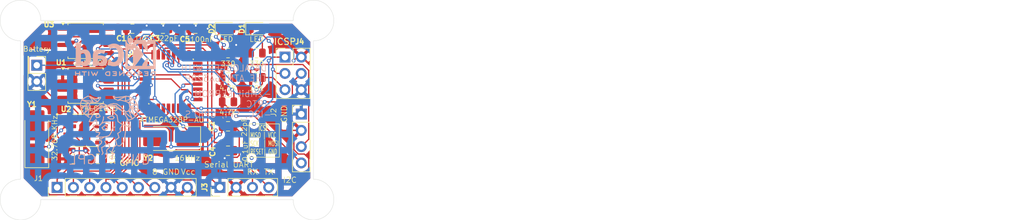
<source format=kicad_pcb>
(kicad_pcb (version 20241229) (generator "pcbnew") (generator_version "9.0")
  (title_block (title "MCU DATALOGGER WITH CLOCK & MEMORY") (date "2025-09-28") (rev "1") (company "CRESENCIO, JESIER S.") (comment 1 "ELECTRONICS ENGINEERING DEPARTMENT ") (comment 2 "COLLEGE OF ENGINEERING") (comment 3 "BSECE 1C") (comment 4 "TECHNOLOGICAL UNIVERSITY OF THE PHILIPPINES"))
  (layers (0 "F.Cu" signal) (2 "B.Cu" signal) (13 "F.Paste" user) (15 "B.Paste" user) (5 "F.SilkS" user "F.Silkscreen") (7 "B.SilkS" user "B.Silkscreen") (1 "F.Mask" user) (3 "B.Mask" user) (25 "Edge.Cuts" user))
  (property "MCU Datalogger" "MCU Datalogger with memory and clock")
  (net 0 "")
  (net 1 "GND")
  (net 2 "Net-(BT1-+)")
  (net 3 "/Vcc")
  (net 4 "Net-(U4-PB6)")
  (net 5 "Net-(U4-PB7)")
  (net 6 "Net-(U4-AREF)")
  (net 7 "Net-(D1-K)")
  (net 8 "/SCK")
  (net 9 "Net-(D2-K)")
  (net 10 "/D3")
  (net 11 "/D5")
  (net 12 "/D2")
  (net 13 "/D6")
  (net 14 "/D8")
  (net 15 "/D4")
  (net 16 "/D7")
  (net 17 "/SDA")
  (net 18 "/RX")
  (net 19 "/TX")
  (net 20 "/RESET")
  (net 21 "/MOSI")
  (net 22 "/MISO")
  (net 23 "Net-(U2-~{INTA})")
  (net 24 "Net-(U2-SQW{slash}~INT)")
  (net 25 "Net-(U2-X1)")
  (net 26 "Net-(U2-X2)")
  (footprint "LED_SMD:LED_0805_2012Metric" (layer "F.Cu") (at 125.73 59.69)
    (property "Reference" "D1")
    (property "Value" "LED")
  )
  (footprint "Crystal:Crystal_SMD_5032-2Pin_5.0x3.2mm_HandSoldering" (layer "F.Cu") (at 112.395 76.835 180)
    (property "Reference" "Y2")
    (property "Value" "16MHz")
  )
  (footprint "Capacitor_SMD:C_0805_2012Metric" (layer "F.Cu") (at 111.125 59.69)
    (property "Reference" "C3")
    (property "Value" "22pF")
  )
  (footprint "Capacitor_SMD:C_0805_2012Metric" (layer "F.Cu") (at 106.36 59.69)
    (property "Reference" "C1")
    (property "Value" "0.1uF")
  )
  (footprint "Resistor_SMD:R_0805_2012Metric" (layer "F.Cu") (at 125.73 67.31)
    (property "Reference" "R6" (hide yes))
    (property "Value" "10K")
  )
  (footprint "FOOTPRINTS:DS13375+" (layer "F.Cu") (at 99.06 75.565)
    (property "Reference" "U2")
    (property "Value" "DS1337S_" (hide yes))
  )
  (footprint "Connector_PinHeader_2.54mm:PinHeader_2x01_P2.54mm_Vertical" (layer "F.Cu") (at 91.44 65.4 -90)
    (property "Reference" "BT1" (hide yes))
    (property "Value" "Battery")
  )
  (footprint "Resistor_SMD:R_0805_2012Metric" (layer "F.Cu") (at 125.73 63.5 180)
    (property "Reference" "R5" (hide yes))
    (property "Value" "330")
  )
  (footprint "Package_SO:SOIC-8_5.3x5.3mm_P1.27mm" (layer "F.Cu") (at 99.06 61.595)
    (property "Reference" "U3")
    (property "Value" "24LC1025")
  )
  (footprint "Resistor_SMD:R_0805_2012Metric" (layer "F.Cu") (at 121.285 67.31)
    (property "Reference" "R4" (hide yes))
    (property "Value" "4.7K")
  )
  (footprint "MountingHole:MountingHole_2.1mm" (layer "F.Cu") (at 134.62 58.42)
    (property "Reference" "H3" (hide yes))
    (property "Value" "MountingHole" (hide yes))
  )
  (footprint "LED_SMD:LED_0805_2012Metric" (layer "F.Cu") (at 120.9825 59.69)
    (property "Reference" "D2")
    (property "Value" "LED")
  )
  (footprint "Package_SO:SOIC-8_5.3x5.3mm_P1.27mm" (layer "F.Cu") (at 99.06 68.58)
    (property "Reference" "U1")
    (property "Value" "24LC1025")
  )
  (footprint "Resistor_SMD:R_0805_2012Metric" (layer "F.Cu") (at 121.285 71.12)
    (property "Reference" "R3" (hide yes))
    (property "Value" "4.7K")
  )
  (footprint "Connector_PinHeader_2.54mm:PinHeader_2x03_P2.54mm_Vertical" (layer "F.Cu") (at 130.17 64.135)
    (property "Reference" "J4")
    (property "Value" "Conn_02x03_Odd_Even" (hide yes))
  )
  (footprint "Capacitor_SMD:C_0805_2012Metric" (layer "F.Cu") (at 121.285 74.93)
    (property "Reference" "C2")
    (property "Value" "22pF")
  )
  (footprint "Capacitor_SMD:C_0805_2012Metric" (layer "F.Cu") (at 121.285 78.74)
    (property "Reference" "C4")
    (property "Value" "0.1uF")
  )
  (footprint "Connector_PinHeader_2.54mm:PinHeader_1x09_P2.54mm_Vertical" (layer "F.Cu") (at 94.615 84.455 90)
    (property "Reference" "J1")
    (property "Value" "Conn_01x09_Pin" (hide yes))
  )
  (footprint "Resistor_SMD:R_0805_2012Metric" (layer "F.Cu") (at 121.285 63.5)
    (property "Reference" "R7" (hide yes))
    (property "Value" "330")
  )
  (footprint "Capacitor_SMD:C_0805_2012Metric" (layer "F.Cu") (at 116.205 59.69)
    (property "Reference" "C5")
    (property "Value" "100nF")
  )
  (footprint "Crystal:Crystal_SMD_5032-2Pin_5.0x3.2mm_HandSoldering" (layer "F.Cu") (at 91.44 76.775 90)
    (property "Reference" "Y1")
    (property "Value" "32.768 KHz")
  )
  (footprint "MountingHole:MountingHole_2.1mm" (layer "F.Cu") (at 88.9 86.36)
    (property "Reference" "H2" (hide yes))
    (property "Value" "MountingHole" (hide yes))
  )
  (footprint "Resistor_SMD:R_0805_2012Metric" (layer "F.Cu") (at 97.155 80.01)
    (property "Reference" "R1" (hide yes))
    (property "Value" "10K")
  )
  (footprint "MountingHole:MountingHole_2.1mm" (layer "F.Cu") (at 134.62 86.36)
    (property "Reference" "H4" (hide yes))
    (property "Value" "MountingHole" (hide yes))
  )
  (footprint "Connector_PinHeader_2.54mm:PinHeader_1x04_P2.54mm_Vertical" (layer "F.Cu") (at 132.715 73.025)
    (property "Reference" "J2")
    (property "Value" "Conn_01x04_Pin" (hide yes))
  )
  (footprint "MountingHole:MountingHole_2.1mm" (layer "F.Cu") (at 88.9 58.42)
    (property "Reference" "H1" (hide yes))
    (property "Value" "MountingHole" (hide yes))
  )
  (footprint "Connector_PinHeader_2.54mm:PinHeader_1x04_P2.54mm_Vertical" (layer "F.Cu") (at 120.015 84.455 90)
    (property "Reference" "J3")
    (property "Value" "Conn_01x04_Pin" (hide yes))
  )
  (footprint "Resistor_SMD:R_0805_2012Metric" (layer "F.Cu") (at 100.965 80.01)
    (property "Reference" "R2" (hide yes))
    (property "Value" "10K" (hide yes))
  )
  (footprint "FOOTPRINTS:ATMEGA" (layer "F.Cu") (at 112.395 67.945)
    (property "Reference" "U4")
    (property "Value" "ATMEGA328P-AU")
  )
  (footprint "Symbol:Symbol_GNU-Logo_SilkscreenTop" (layer "B.Cu") (at 102.51981 73.98893 180)
    (property "Reference" "REF**" (hide yes))
    (property "Value" "Symbol_GNU-Logo_SilkscreenTop" (hide yes))
  )
  (footprint "Symbol:KiCad-Logo2_5mm_SilkScreen" (layer "B.Cu") (at 103.71 64.075 180)
    (property "Reference" "REF**" (hide yes))
    (property "Value" "KiCad-Logo2_5mm_SilkScreen" (hide yes))
  )
  (gr_rect (start 124.587 74.549) (end 129.286 79.756) (stroke (width 0.1)) (fill no) (layer "F.SilkS"))
  (gr_line (start 131.445 86.36) (end 92.075 86.36) (stroke (width 0.05)) (layer "Edge.Cuts"))
  (gr_arc (start 92.075 86.36) (mid 86.654936 88.605064) (end 88.9 83.185) (stroke (width 0.05)) (layer "Edge.Cuts"))
  (gr_line (start 134.62 83.185) (end 134.62 61.595) (stroke (width 0.05)) (layer "Edge.Cuts"))
  (gr_line (start 92.075 58.42) (end 131.445 58.42) (stroke (width 0.05)) (layer "Edge.Cuts"))
  (gr_arc (start 131.445 58.42) (mid 136.865064 56.174936) (end 134.62 61.595) (stroke (width 0.05)) (layer "Edge.Cuts"))
  (gr_arc (start 134.62 83.185) (mid 136.865064 88.605064) (end 131.445 86.36) (stroke (width 0.05)) (layer "Edge.Cuts"))
  (gr_arc (start 88.9 61.595) (mid 86.654936 56.174936) (end 92.075 58.42) (stroke (width 0.05)) (layer "Edge.Cuts"))
  (gr_line (start 88.9 83.185) (end 88.9 61.595) (stroke (width 0.05)) (layer "Edge.Cuts"))
  (gr_text "MISO | VCC	\nSCK  | MOSI\nRESET| GND" (at 124.714 79.375 0) (layer "F.SilkS") (effects (font (size 0.8 0.45) (thickness 0.0875)) (justify left bottom)))
  (gr_text "ICSP\n" (at 125.984 75.692 0) (layer "F.SilkS") (effects (font (size 0.8 0.45) (thickness 0.1)) (justify left bottom)))
  (gr_text "-2Mbit EEPROM	\n-RTC\n-I2C, SPI, GPIO'S" (at 128.143 73.66 -0) (layer "B.SilkS") (effects (font (size 1 1) (thickness 0.1)) (justify left bottom mirror)))
  (gr_text "DATALOGGER WITH \nTHE ATMEGA328P\n" (at 127.41 68.045 -0) (layer "B.SilkS") (effects (font (size 1 1) (thickness 0.1)) (justify left bottom mirror)))
  (via (at 124.968 79.883) (size 0.6) (drill 0.3) (layers "F.Cu" "B.Cu") (net 0))
  (via (at 125.349 74.549) (size 0.6) (drill 0.3) (layers "F.Cu" "B.Cu") (net 0))
  (segment (start 109.099773 66.745) (end 109.255 66.900227) (width 0.2) (layer "F.Cu") (net 1))
  (segment (start 115.185227 66.900227) (end 109.255 66.900227) (width 0.2) (layer "F.Cu") (net 1))
  (segment (start 101.130003 67.945) (end 100.965 67.779997) (width 0.2) (layer "F.Cu") (net 1))
  (segment (start 99.06 60.96) (end 102.6475 60.96) (width 0.2) (layer "F.Cu") (net 1))
  (segment (start 97.871 74.03852) (end 97.871 72.8835) (width 0.2) (layer "F.Cu") (net 1))
  (segment (start 97.871 72.8835) (end 95.4725 70.485) (width 0.2) (layer "F.Cu") (net 1))
  (segment (start 94.649 76.519) (end 94.649 74.896) (width 0.2) (layer "F.Cu") (net 1))
  (segment (start 120.335 78.74) (end 120.335 79.48147) (width 0.2) (layer "F.Cu") (net 1))
  (segment (start 126.6425 63.5) (end 126.6425 61.8725) (width 0.2) (layer "F.Cu") (net 1))
  (segment (start 122.235 74.93) (end 123.036 75.731) (width 0.2) (layer "F.Cu") (net 1))
  (segment (start 123.036 75.731) (end 123.036 79.45016) (width 0.2) (layer "F.Cu") (net 1))
  (segment (start 122.1975 62.5875) (end 122.555 62.23) (width 0.2) (layer "F.Cu") (net 1))
  (segment (start 95.6 77.47) (end 94.649 76.519) (width 0.2) (layer "F.Cu") (net 1))
  (segment (start 95.67499 70.485) (end 95.4725 70.485) (width 0.2) (layer "F.Cu") (net 1))
  (segment (start 112.395 84.455) (end 113.546 83.304) (width 0.2) (layer "F.Cu") (net 1))
  (segment (start 95.289 74.256) (end 97.65352 74.256) (width 0.2) (layer "F.Cu") (net 1))
  (segment (start 121.361 79.766) (end 120.335 78.74) (width 0.2) (layer "F.Cu") (net 1))
  (segment (start 91.44 67.94) (end 93.985 70.485) (width 0.2) (layer "F.Cu") (net 1))
  (segment (start 111.175 59.227074) (end 111.612074 59.227074) (width 0.2) (layer "F.Cu") (net 1))
  (segment (start 91.44 67.94) (end 90.17 66.67) (width 0.2) (layer "F.Cu") (net 1))
  (segment (start 90.17 66.67) (end 90.17 64.135) (width 0.2) (layer "F.Cu") (net 1))
  (segment (start 95.4725 60.96) (end 99.06 60.96) (width 0.2) (layer "F.Cu") (net 1))
  (segment (start 108.225 66.745) (end 109.099773 66.745) (width 0.2) (layer "F.Cu") (net 1))
  (segment (start 122.72016 79.766) (end 121.361 79.766) (width 0.2) (layer "F.Cu") (net 1))
  (segment (start 120.335 79.48147) (end 120.756765 79.903235) (width 0.2) (layer "F.Cu") (net 1))
  (segment (start 94.649 74.896) (end 95.289 74.256) (width 0.2) (layer "F.Cu") (net 1))
  (segment (start 90.17 64.135) (end 90.805 63.5) (width 0.2) (layer "F.Cu") (net 1))
  (segment (start 123.036 79.45016) (end 122.72016 79.766) (width 0.2) (layer "F.Cu") (net 1))
  (segment (start 102.6475 67.945) (end 101.130003 67.945) (width 0.2) (layer "F.Cu") (net 1))
  (segment (start 108.115 59.69) (end 108.585 59.22) (width 0.2) (layer "F.Cu") (net 1))
  (segment (start 112.075 59.69) (end 111.637926 59.69) (width 0.2) (layer "F.Cu") (net 1))
  (segment (start 111.612074 59.227074) (end 112.075 59.69) (width 0.2) (layer "F.Cu") (net 1))
  (segment (start 117.155 59.69) (end 118.11 59.69) (width 0.2) (layer "F.Cu") (net 1))
  (segment (start 107.31 59.69) (end 108.115 59.69) (width 0.2) (layer "F.Cu") (net 1))
  (segment (start 113.546 83.304) (end 118.864 83.304) (width 0.2) (layer "F.Cu") (net 1))
  (segment (start 112.075 59.69) (end 113.195 59.69) (width 0.2) (layer "F.Cu") (net 1))
  (segment (start 116.717926 59.69) (end 116.255 59.227074) (width 0.2) (layer "F.Cu") (net 1))
  (segment (start 116.565 67.545) (end 115.83 67.545) (width 0.2) (layer "F.Cu") (net 1))
  (segment (start 95.4725 63.5) (end 96.52 63.5) (width 0.2) (layer "F.Cu") (net 1))
  (segment (start 117.155 59.69) (end 116.717926 59.69) (width 0.2) (layer "F.Cu") (net 1))
  (segment (start 117.155 59.69) (end 117.155 59.8475) (width 0.2) (layer "F.Cu") (net 1))
  (segment (start 90.805 63.5) (end 95.4725 63.5) (width 0.2) (layer "F.Cu") (net 1))
  (segment (start 109.099774 68.345) (end 109.255 68.500226) (width 0.2) (layer "F.Cu") (net 1))
  (segment (start 108.225 68.345) (end 109.099774 68.345) (width 0.2) (layer "F.Cu") (net 1))
  (segment (start 118.864 83.304) (end 120.015 84.455) (width 0.2) (layer "F.Cu") (net 1))
  (segment (start 113.195 59.69) (end 113.665 59.22) (width 0.2) (layer "F.Cu") (net 1))
  (segment (start 96.52 63.5) (end 99.06 60.96) (width 0.2) (layer "F.Cu") (net 1))
  (segment (start 96.585 77.47) (end 95.6 77.47) (width 0.2) (layer "F.Cu") (net 1))
  (segment (start 93.985 70.485) (end 95.4725 70.485) (width 0.2) (layer "F.Cu") (net 1))
  (segment (start 97.65352 74.256) (end 97.871 74.03852) (width 0.2) (layer "F.Cu") (net 1))
  (segment (start 115.83 67.545) (end 115.185227 66.900227) (width 0.2) (layer "F.Cu") (net 1))
  (segment (start 122.1975 63.5) (end 122.1975 62.5875) (width 0.2) (layer "F.Cu") (net 1))
  (segment (start 126.6425 61.8725) (end 126.150764 61.380764) (width 0.2) (layer "F.Cu") (net 1))
  (via (at 122.555 62.23) (size 0.6) (drill 0.3) (layers "F.Cu" "B.Cu") (net 1))
  (via (at 113.665 59.22) (size 0.6) (drill 0.3) (layers "F.Cu" "B.Cu") (net 1))
  (via (at 109.255 66.900227) (size 0.6) (drill 0.3) (layers "F.Cu" "B.Cu") (net 1))
  (via (at 108.585 59.22) (size 0.6) (drill 0.3) (layers "F.Cu" "B.Cu") (net 1))
  (via (at 111.175 59.227074) (size 0.6) (drill 0.3) (layers "F.Cu" "B.Cu") (net 1))
  (via (at 118.11 59.69) (size 0.6) (drill 0.3) (layers "F.Cu" "B.Cu") (net 1))
  (via (at 126.150764 61.380764) (size 0.6) (drill 0.3) (layers "F.Cu" "B.Cu") (net 1))
  (via (at 109.255 68.500226) (size 0.6) (drill 0.3) (layers "F.Cu" "B.Cu") (net 1))
  (via (at 116.255 59.227074) (size 0.6) (drill 0.3) (layers "F.Cu" "B.Cu") (net 1))
  (via (at 120.756765 79.903235) (size 0.6) (drill 0.3) (layers "F.Cu" "B.Cu") (net 1))
  (via (at 100.965 67.779997) (size 0.6) (drill 0.3) (layers "F.Cu" "B.Cu") (net 1))
  (segment (start 111.167926 59.22) (end 108.585 59.22) (width 0.2) (layer "B.Cu") (net 1))
  (segment (start 120.756765 79.903235) (end 120.015 80.645) (width 0.2) (layer "B.Cu") (net 1))
  (segment (start 120.015 80.645) (end 120.015 84.455) (width 0.2) (layer "B.Cu") (net 1))
  (segment (start 113.672074 59.227074) (end 113.665 59.22) (width 0.2) (layer "B.Cu") (net 1))
  (segment (start 116.255 59.227074) (end 113.672074 59.227074) (width 0.2) (layer "B.Cu") (net 1))
  (segment (start 111.175 59.227074) (end 111.167926 59.22) (width 0.2) (layer "B.Cu") (net 1))
  (segment (start 109.255 66.900227) (end 109.255 68.500226) (width 0.2) (layer "B.Cu") (net 1))
  (segment (start 114.935 69.215) (end 115.665 69.945) (width 0.2) (layer "F.Cu") (net 2))
  (segment (start 108.225 67.545) (end 106.915 67.545) (width 0.2) (layer "F.Cu") (net 2))
  (segment (start 108.225 67.545) (end 112.415057 67.545) (width 0.2) (layer "F.Cu") (net 2))
  (segment (start 112.415057 67.545) (end 114.085057 69.215) (width 0.2) (layer "F.Cu") (net 2))
  (segment (start 115.665 69.945) (end 116.565 69.945) (width 0.2) (layer "F.Cu") (net 2))
  (segment (start 106.915 67.545) (end 106.786765 67.416765) (width 0.2) (layer "F.Cu") (net 2))
  (segment (start 114.085057 69.215) (end 114.935 69.215) (width 0.2) (layer "F.Cu") (net 2))
  (via (at 106.786765 67.416765) (size 0.6) (drill 0.3) (layers "F.Cu" "B.Cu") (net 2))
  (segment (start 104.775 63.5) (end 103.505 63.5) (width 0.2) (layer "B.Cu") (net 2))
  (segment (start 106.786765 67.416765) (end 104.775 65.405) (width 0.2) (layer "B.Cu") (net 2))
  (segment (start 101.605 65.4) (end 91.44 65.4) (width 0.2) (layer "B.Cu") (net 2))
  (segment (start 103.505 63.5) (end 101.605 65.4) (width 0.2) (layer "B.Cu") (net 2))
  (segment (start 104.775 65.405) (end 104.775 63.5) (width 0.2) (layer "B.Cu") (net 2))
  (segment (start 102.6475 59.69) (end 105.41 59.69) (width 0.2) (layer "F.Cu") (net 3))
  (segment (start 96.941473 62.23) (end 97.611473 61.56) (width 0.2) (layer "F.Cu") (net 3))
  (segment (start 96.2425 80.01) (end 96.2425 79.6525) (width 0.2) (layer "F.Cu") (net 3))
  (segment (start 100.0525 80.01) (end 100.0525 79.7325) (width 0.2) (layer "F.Cu") (net 3))
  (segment (start 95.4725 67.945) (end 95.4725 69.215) (width 0.2) (layer "F.Cu") (net 3))
  (segment (start 95.4725 69.215) (end 98.0125 66.675) (width 0.2) (layer "F.Cu") (net 3))
  (segment (start 96.2425 80.1605) (end 96.2425 80.01) (width 0.2) (layer "F.Cu") (net 3))
  (segment (start 130.294 85.606) (end 133.866 82.034) (width 0.2) (layer "F.Cu") (net 3))
  (segment (start 124.8175 71.4775) (end 128.905 75.565) (width 0.2) (layer "F.Cu") (net 3))
  (segment (start 119.38 62.23) (end 121.92 59.69) (width 0.2) (layer "F.Cu") (net 3))
  (segment (start 93.464 85.606) (end 92.71 84.852) (width 0.2) (layer "F.Cu") (net 3))
  (segment (start 95.4725 66.675) (end 95.4725 67.945) (width 0.2) (layer "F.Cu") (net 3))
  (segment (start 117.394 61.829) (end 118.979 61.829) (width 0.2) (layer "F.Cu") (net 3))
  (segment (start 122.69516 72.121) (end 124.8175 69.99866) (width 0.2) (layer "F.Cu") (net 3))
  (segment (start 133.866 82.034) (end 133.866 79.93024) (width 0.2) (layer "F.Cu") (net 3))
  (segment (start 124.8175 66.1635) (end 125.095 65.886) (width 0.2) (layer "F.Cu") (net 3))
  (segment (start 98.0125 66.675) (end 102.6475 66.675) (width 0.2) (layer "F.Cu") (net 3))
  (segment (start 131.564 76.716) (end 132.715 75.565) (width 0.2) (layer "F.Cu") (net 3))
  (segment (start 124.8175 69.99866) (end 124.8175 67.31) (width 0.2) (layer "F.Cu") (net 3))
  (segment (start 128.905 75.565) (end 132.715 75.565) (width 0.2) (layer "F.Cu") (net 3))
  (segment (start 124.8175 67.31) (end 124.8175 71.4775) (width 0.2) (layer "F.Cu") (net 3))
  (segment (start 92.075 60.325) (end 92.075 61.595) (width 0.2) (layer "F.Cu") (net 3))
  (segment (start 118.979 61.829) (end 119.38 62.23) (width 0.2) (layer "F.Cu") (net 3))
  (segment (start 95.4725 59.69) (end 92.71 59.69) (width 0.2) (layer "F.Cu") (net 3))
  (segment (start 121.3735 72.121) (end 122.69516 72.121) (width 0.2) (layer "F.Cu") (net 3))
  (segment (start 131.564 78.58176) (end 131.564 76.716) (width 0.2) (layer "F.Cu") (net 3))
  (segment (start 119.38 66.3175) (end 119.38 62.23) (width 0.2) (layer "F.Cu") (net 3))
  (segment (start 120.3725 67.31) (end 120.3725 71.12) (width 0.2) (layer "F.Cu") (net 3))
  (segment (start 115.255 59.69) (end 114.935 59.69) (width 0.2) (layer "F.Cu") (net 3))
  (segment (start 115.255 59.69) (end 117.394 61.829) (width 0.2) (layer "F.Cu") (net 3))
  (segment (start 133.19176 79.256) (end 132.23824 79.256) (width 0.2) (layer "F.Cu") (net 3))
  (segment (start 92.71 84.852) (end 92.71 83.693) (width 0.2) (layer "F.Cu") (net 3))
  (segment (start 95.4725 62.23) (end 96.941473 62.23) (width 0.2) (layer "F.Cu") (net 3))
  (segment (start 133.866 79.93024) (end 133.19176 79.256) (width 0.2) (layer "F.Cu") (net 3))
  (segment (start 114.935 84.455) (end 113.784 85.606) (width 0.2) (layer "F.Cu") (net 3))
  (segment (start 92.71 83.693) (end 96.2425 80.1605) (width 0.2) (layer "F.Cu") (net 3))
  (segment (start 92.71 59.69) (end 92.075 60.325) (width 0.2) (layer "F.Cu") (net 3))
  (segment (start 96.2425 79.6525) (end 97.155 78.74) (width 0.2) (layer "F.Cu") (net 3))
  (segment (start 113.784 85.606) (end 93.464 85.606) (width 0.2) (layer "F.Cu") (net 3))
  (segment (start 122.555 84.455) (end 123.706 85.606) (width 0.2) (layer "F.Cu") (net 3))
  (segment (start 120.3725 67.31) (end 119.38 66.3175) (width 0.2) (layer "F.Cu") (net 3))
  (segment (start 132.071002 64.135) (end 131.520002 64.686) (width 0.2) (layer "F.Cu") (net 3))
  (segment (start 132.71 64.135) (end 132.071002 64.135) (width 0.2) (layer "F.Cu") (net 3))
  (segment (start 132.23824 79.256) (end 131.564 78.58176) (width 0.2) (layer "F.Cu") (net 3))
  (segment (start 124.8175 67.31) (end 124.8175 66.1635) (width 0.2) (layer "F.Cu") (net 3))
  (segment (start 92.075 61.595) (end 92.71 62.23) (width 0.2) (layer "F.Cu") (net 3))
  (segment (start 120.3725 71.12) (end 121.3735 72.121) (width 0.2) (layer "F.Cu") (net 3))
  (segment (start 100.0525 79.7325) (end 99.06 78.74) (width 0.2) (layer "F.Cu") (net 3))
  (segment (start 123.706 85.606) (end 130.294 85.606) (width 0.2) (layer "F.Cu") (net 3))
  (segment (start 92.71 62.23) (end 95.4725 62.23) (width 0.2) (layer "F.Cu") (net 3))
  (segment (start 115.255 59.69) (end 115.255 59.88116) (width 0.2) (layer "F.Cu") (net 3))
  (via (at 131.520002 64.686) (size 0.6) (drill 0.3) (layers "F.Cu" "B.Cu") (net 3))
  (via (at 125.095 65.886) (size 0.6) (drill 0.3) (layers "F.Cu" "B.Cu") (net 3))
  (via (at 97.611473 61.56) (size 0.6) (drill 0.3) (layers "F.Cu" "B.Cu") (net 3))
  (via (at 98.425 62.865) (size 0.6) (drill 0.3) (layers "F.Cu" "B.Cu") (net 3))
  (via (at 99.06 78.74) (size 0.6) (drill 0.3) (layers "F.Cu" "B.Cu") (net 3))
  (via (at 97.155 78.74) (size 0.6) (drill 0.3) (layers "F.Cu" "B.Cu") (net 3))
  (segment (start 131.520002 63.183002) (end 129.331 60.994) (width 0.2) (layer "B.Cu") (net 3))
  (segment (start 125.095 63.285057) (end 125.095 65.886) (width 0.2) (layer "B.Cu") (net 3))
  (segment (start 127.386057 60.994) (end 125.940029 62.440029) (width 0.2) (layer "B.Cu") (net 3))
  (segment (start 125.940029 62.440029) (end 125.095 63.285057) (width 0.2) (layer "B.Cu") (net 3))
  (segment (start 129.331 60.994) (end 127.386057 60.994) (width 0.2) (layer "B.Cu") (net 3))
  (segment (start 97.155 78.74) (end 99.06 78.74) (width 0.2) (layer "B.Cu") (net 3))
  (segment (start 97.611473 62.051473) (end 98.425 62.865) (width 0.2) (layer "B.Cu") (net 3))
  (segment (start 97.611473 61.56) (end 97.611473 62.051473) (width 0.2) (layer "B.Cu") (net 3))
  (segment (start 131.520002 64.686) (end 131.520002 63.183002) (width 0.2) (layer "B.Cu") (net 3))
  (segment (start 120.335 74.93) (end 120.335 75.88) (width 0.2) (layer "F.Cu") (net 4))
  (segment (start 111.065 78.105) (end 112.395 78.105) (width 0.2) (layer "F.Cu") (net 4))
  (segment (start 109.795 76.835) (end 111.065 78.105) (width 0.2) (layer "F.Cu") (net 4))
  (segment (start 107.22 69.945) (end 106.68 70.485) (width 0.2) (layer "F.Cu") (net 4))
  (segment (start 120.335 75.88) (end 120.015 76.2) (width 0.2) (layer "F.Cu") (net 4))
  (segment (start 108.225 69.945) (end 107.22 69.945) (width 0.2) (layer "F.Cu") (net 4))
  (via (at 120.015 76.2) (size 0.6) (drill 0.3) (layers "F.Cu" "B.Cu") (net 4))
  (via (at 112.395 78.105) (size 0.6) (drill 0.3) (layers "F.Cu" "B.Cu") (net 4))
  (via (at 106.68 70.485) (size 0.6) (drill 0.3) (layers "F.Cu" "B.Cu") (net 4))
  (segment (start 120.015 76.2) (end 118.11 78.105) (width 0.2) (layer "B.Cu") (net 4))
  (segment (start 118.11 78.105) (end 112.395 78.105) (width 0.2) (layer "B.Cu") (net 4))
  (segment (start 106.68 70.485) (end 106.68 72.39) (width 0.2) (layer "B.Cu") (net 4))
  (segment (start 112.395 75.565) (end 112.395 78.105) (width 0.2) (layer "B.Cu") (net 4))
  (segment (start 106.68 72.39) (end 107.95 73.66) (width 0.2) (layer "B.Cu") (net 4))
  (segment (start 107.95 73.66) (end 107.95 74.93) (width 0.2) (layer "B.Cu") (net 4))
  (segment (start 107.95 74.93) (end 111.76 74.93) (width 0.2) (layer "B.Cu") (net 4))
  (segment (start 111.76 74.93) (end 112.395 75.565) (width 0.2) (layer "B.Cu") (net 4))
  (segment (start 114.995 75.625) (end 114.3 74.93) (width 0.2) (layer "F.Cu") (net 5))
  (segment (start 108.225 70.745) (end 109.595 70.745) (width 0.2) (layer "F.Cu") (net 5))
  (segment (start 109.595 70.745) (end 109.855 70.485) (width 0.2) (layer "F.Cu") (net 5))
  (segment (start 110.175 59.69) (end 108.585 61.28) (width 0.2) (layer "F.Cu") (net 5))
  (segment (start 108.585 61.28) (end 108.585 61.595) (width 0.2) (layer "F.Cu") (net 5))
  (segment (start 108.225 70.745) (end 108.225 70.76) (width 0.2) (layer "F.Cu") (net 5))
  (segment (start 114.995 76.835) (end 114.995 75.625) (width 0.2) (layer "F.Cu") (net 5))
  (segment (start 110.175 59.69) (end 110.49 59.69) (width 0.2) (layer "F.Cu") (net 5))
  (via (at 108.585 61.595) (size 0.6) (drill 0.3) (layers "F.Cu" "B.Cu") (net 5))
  (via (at 114.3 74.93) (size 0.6) (drill 0.3) (layers "F.Cu" "B.Cu") (net 5))
  (via (at 109.855 70.485) (size 0.6) (drill 0.3) (layers "F.Cu" "B.Cu") (net 5))
  (segment (start 114.3 74.93) (end 109.855 70.485) (width 0.2) (layer "B.Cu") (net 5))
  (segment (start 107.95 63.5) (end 107.95 62.23) (width 0.2) (layer "B.Cu") (net 5))
  (segment (start 107.95 62.23) (end 108.585 61.595) (width 0.2) (layer "B.Cu") (net 5))
  (segment (start 109.855 65.405) (end 107.95 63.5) (width 0.2) (layer "B.Cu") (net 5))
  (segment (start 109.855 70.485) (end 109.855 65.405) (width 0.2) (layer "B.Cu") (net 5))
  (segment (start 120.965 77.47) (end 119.146 77.47) (width 0.2) (layer "F.Cu") (net 6))
  (segment (start 116.565 68.345) (end 114.535 68.345) (width 0.2) (layer "F.Cu") (net 6))
  (segment (start 122.235 78.74) (end 120.965 77.47) (width 0.2) (layer "F.Cu") (net 6))
  (segment (start 119.146 75.775539) (end 119.352863 75.568676) (width 0.2) (layer "F.Cu") (net 6))
  (segment (start 119.146 77.47) (end 119.146 75.775539) (width 0.2) (layer "F.Cu") (net 6))
  (segment (start 114.535 68.345) (end 114.3 68.58) (width 0.2) (layer "F.Cu") (net 6))
  (via (at 114.3 68.58) (size 0.6) (drill 0.3) (layers "F.Cu" "B.Cu") (net 6))
  (via (at 119.352863 75.568676) (size 0.6) (drill 0.3) (layers "F.Cu" "B.Cu") (net 6))
  (segment (start 119.352863 75.568676) (end 118.079187 74.295) (width 0.2) (layer "B.Cu") (net 6))
  (segment (start 113.03 69.85) (end 114.3 68.58) (width 0.2) (layer "B.Cu") (net 6))
  (segment (start 114.3 74.295) (end 113.03 73.025) (width 0.2) (layer "B.Cu") (net 6))
  (segment (start 113.03 73.025) (end 113.03 69.85) (width 0.2) (layer "B.Cu") (net 6))
  (segment (start 118.079187 74.295) (end 114.3 74.295) (width 0.2) (layer "B.Cu") (net 6))
  (segment (start 124.8175 59.715) (end 124.7925 59.69) (width 0.2) (layer "F.Cu") (net 7))
  (segment (start 124.8175 63.5) (end 124.8175 59.715) (width 0.2) (layer "F.Cu") (net 7))
  (segment (start 128.905 66.675) (end 128.27 66.04) (width 0.2) (layer "F.Cu") (net 8))
  (segment (start 116.565 70.745) (end 116.789 70.521) (width 0.2) (layer "F.Cu") (net 8))
  (segment (start 102.6475 62.23) (end 101.6 62.23) (width 0.2) (layer "F.Cu") (net 8))
  (segment (start 125.400265 73.330265) (end 122.555 73.330265) (width 0.2) (layer "F.Cu") (net 8))
  (segment (start 102.6475 69.215) (end 101.6 69.215) (width 0.2) (layer "F.Cu") (net 8))
  (segment (start 122.1975 71.12) (end 122.555 71.12) (width 0.2) (layer "F.Cu") (net 8))
  (segment (start 103.104 75.616) (end 103.104 72.41399) (width 0.2) (layer "F.Cu") (net 8))
  (segment (start 112.795 65.170003) (end 112.560003 65.405) (width 0.2) (layer "F.Cu") (net 8))
  (segment (start 102.44501 69.215) (end 102.6475 69.215) (width 0.2) (layer "F.Cu") (net 8))
  (segment (start 101.535 76.2) (end 102.52 76.2) (width 0.2) (layer "F.Cu") (net 8))
  (segment (start 132.715 80.645) (end 125.400265 73.330265) (width 0.2) (layer "F.Cu") (net 8))
  (segment (start 103.104 72.41399) (end 101.534 70.84399) (width 0.2) (layer "F.Cu") (net 8))
  (segment (start 126.6675 59.69) (end 126.6675 60.6275) (width 0.2) (layer "F.Cu") (net 8))
  (segment (start 112.560003 65.405) (end 112.560003 65.45494) (width 0.2) (layer "F.Cu") (net 8))
  (segment (start 101.534 70.12601) (end 102.44501 69.215) (width 0.2) (layer "F.Cu") (net 8))
  (segment (start 106.045 62.23) (end 106.68 62.865) (width 0.2) (layer "F.Cu") (net 8))
  (segment (start 102.6475 62.23) (end 106.045 62.23) (width 0.2) (layer "F.Cu") (net 8))
  (segment (start 122.1975 69.4925) (end 121.92 69.215) (width 0.2) (layer "F.Cu") (net 8))
  (segment (start 116.565 70.745) (end 115.765056 70.745) (width 0.2) (layer "F.Cu") (net 8))
  (segment (start 101.534 70.84399) (end 101.534 70.12601) (width 0.2) (layer "F.Cu") (net 8))
  (segment (start 130.17 66.675) (end 128.905 66.675) (width 0.2) (layer "F.Cu") (net 8))
  (segment (start 116.789 70.521) (end 116.84 70.521) (width 0.2) (layer "F.Cu") (net 8))
  (segment (start 102.52 76.2) (end 103.104 75.616) (width 0.2) (layer "F.Cu") (net 8))
  (segment (start 122.1975 71.12) (end 122.1975 69.4925) (width 0.2) (layer "F.Cu") (net 8))
  (segment (start 101.6 62.23) (end 100.965 62.865) (width 0.2) (layer "F.Cu") (net 8))
  (segment (start 112.795 63.775) (end 112.795 65.170003) (width 0.2) (layer "F.Cu") (net 8))
  (segment (start 101.6 69.215) (end 100.965 68.58) (width 0.2) (layer "F.Cu") (net 8))
  (segment (start 126.6675 60.6275) (end 127.635 61.595) (width 0.2) (layer "F.Cu") (net 8))
  (segment (start 115.765056 70.745) (end 115.70866 70.688604) (width 0.2) (layer "F.Cu") (net 8))
  (via (at 122.555 73.330265) (size 0.6) (drill 0.3) (layers "F.Cu" "B.Cu") (net 8))
  (via (at 127.635 61.595) (size 0.6) (drill 0.3) (layers "F.Cu" "B.Cu") (net 8))
  (via (at 100.965 68.58) (size 0.6) (drill 0.3) (layers "F.Cu" "B.Cu") (net 8))
  (via (at 115.70866 70.688604) (size 0.6) (drill 0.3) (layers "F.Cu" "B.Cu") (net 8))
  (via (at 121.92 69.215) (size 0.6) (drill 0.3) (layers "F.Cu" "B.Cu") (net 8))
  (via (at 112.560003 65.405) (size 0.6) (drill 0.3) (layers "F.Cu" "B.Cu") (net 8))
  (via (at 106.68 62.865) (size 0.6) (drill 0.3) (layers "F.Cu" "B.Cu") (net 8))
  (via (at 128.27 66.04) (size 0.6) (drill 0.3) (layers "F.Cu" "B.Cu") (net 8))
  (via (at 100.965 62.865) (size 0.6) (drill 0.3) (layers "F.Cu" "B.Cu") (net 8))
  (segment (start 126.331 69.463943) (end 125.944943 69.85) (width 0.2) (layer "B.Cu") (net 8))
  (segment (start 125.944943 69.85) (end 122.555 69.85) (width 0.2) (layer "B.Cu") (net 8))
  (segment (start 113.596003 66.441) (end 111.946057 66.441) (width 0.2) (layer "B.Cu") (net 8))
  (segment (start 106.68 62.865) (end 106.68 62.650057) (width 0.2) (layer "B.Cu") (net 8))
  (segment (start 127.883943 64.085) (end 127.386057 64.085) (width 0.2) (layer "B.Cu") (net 8))
  (segment (start 106.68 62.650057) (end 108.336057 60.994) (width 0.2) (layer "B.Cu") (net 8))
  (segment (start 107.387765 66.981765) (end 107.387765 67.665708) (width 0.2) (layer "B.Cu") (net 8))
  (segment (start 108.833943 60.994) (end 112.560003 64.72006) (width 0.2) (layer "B.Cu") (net 8))
  (segment (start 104.7071 62.865) (end 105.176 63.3339) (width 0.2) (layer "B.Cu") (net 8))
  (segment (start 122.555 69.85) (end 121.92 69.215) (width 0.2) (layer "B.Cu") (net 8))
  (segment (start 111.946057 66.441) (end 111.159 65.653943) (width 0.2) (layer "B.Cu") (net 8))
  (segment (start 105.176 64.77) (end 107.387765 66.981765) (width 0.2) (layer "B.Cu") (net 8))
  (segment (start 111.159 65.156057) (end 111.511057 64.804) (width 0.2) (layer "B.Cu") (net 8))
  (segment (start 111.159 65.653943) (end 111.159 65.156057) (width 0.2) (layer "B.Cu") (net 8))
  (segment (start 112.560003 65.35506) (end 112.560003 65.405) (width 0.2) (layer "B.Cu") (net 8))
  (segment (start 128.236 70.733943) (end 128.236 64.437057) (width 0.2) (layer "B.Cu") (net 8))
  (segment (start 119.146 66.441) (end 111.946057 66.441) (width 0.2) (layer "B.Cu") (net 8))
  (segment (start 115.70866 70.688604) (end 115.70866 68.553657) (width 0.2) (layer "B.Cu") (net 8))
  (segment (start 128.27 66.04) (end 128.27 62.23) (width 0.2) (layer "B.Cu") (net 8))
  (segment (start 127.386057 64.085) (end 126.331 65.140057) (width 0.2) (layer "B.Cu") (net 8))
  (segment (start 105.176 63.3339) (end 105.176 64.77) (width 0.2) (layer "B.Cu") (net 8))
  (segment (start 115.70866 68.553657) (end 113.596003 66.441) (width 0.2) (layer "B.Cu") (net 8))
  (segment (start 128.236 64.437057) (end 127.883943 64.085) (width 0.2) (layer "B.Cu") (net 8))
  (segment (start 112.008943 64.804) (end 112.560003 65.35506) (width 0.2) (layer "B.Cu") (net 8))
  (segment (start 126.331 65.140057) (end 126.331 69.463943) (width 0.2) (layer "B.Cu") (net 8))
  (segment (start 108.336057 60.994) (end 108.833943 60.994) (width 0.2) (layer "B.Cu") (net 8))
  (segment (start 106.473473 68.58) (end 100.965 68.58) (width 0.2) (layer "B.Cu") (net 8))
  (segment (start 112.560003 64.72006) (end 112.560003 65.405) (width 0.2) (layer "B.Cu") (net 8))
  (segment (start 122.555 73.330265) (end 125.639678 73.330265) (width 0.2) (layer "B.Cu") (net 8))
  (segment (start 128.27 62.23) (end 127.635 61.595) (width 0.2) (layer "B.Cu") (net 8))
  (segment (start 125.639678 73.330265) (end 128.236 70.733943) (width 0.2) (layer "B.Cu") (net 8))
  (segment (start 121.92 69.215) (end 119.146 66.441) (width 0.2) (layer "B.Cu") (net 8))
  (segment (start 111.511057 64.804) (end 112.008943 64.804) (width 0.2) (layer "B.Cu") (net 8))
  (segment (start 100.965 62.865) (end 104.7071 62.865) (width 0.2) (layer "B.Cu") (net 8))
  (segment (start 107.387765 67.665708) (end 106.473473 68.58) (width 0.2) (layer "B.Cu") (net 8))
  (segment (start 120.3725 62.5075) (end 120.65 62.23) (width 0.2) (layer "F.Cu") (net 9))
  (segment (start 120.045 60.295) (end 119.38 60.96) (width 0.2) (layer "F.Cu") (net 9))
  (segment (start 120.045 59.69) (end 120.045 60.295) (width 0.2) (layer "F.Cu") (net 9))
  (segment (start 120.3725 63.5) (end 120.3725 62.5075) (width 0.2) (layer "F.Cu") (net 9))
  (segment (start 120.045 63.1725) (end 120.3725 63.5) (width 0.2) (layer "F.Cu") (net 9))
  (via (at 120.65 62.23) (size 0.6) (drill 0.3) (layers "F.Cu" "B.Cu") (net 9))
  (via (at 119.38 60.96) (size 0.6) (drill 0.3) (layers "F.Cu" "B.Cu") (net 9))
  (segment (start 120.65 62.23) (end 119.38 60.96) (width 0.2) (layer "B.Cu") (net 9))
  (segment (start 97.155 84.455) (end 97.155 81.915) (width 0.2) (layer "F.Cu") (net 10))
  (segment (start 104.775 80.01) (end 104.775 79.9421) (width 0.2) (layer "F.Cu") (net 10))
  (segment (start 102.87 81.915) (end 104.775 80.01) (width 0.2) (layer "F.Cu") (net 10))
  (segment (start 104.775 79.9421) (end 105.176 79.5411) (width 0.2) (layer "F.Cu") (net 10))
  (segment (start 97.155 81.915) (end 102.87 81.915) (width 0.2) (layer "F.Cu") (net 10))
  (segment (start 106.94 65.145) (end 108.225 65.145) (width 0.2) (layer "F.Cu") (net 10))
  (segment (start 105.176 79.5411) (end 105.176 66.909) (width 0.2) (layer "F.Cu") (net 10))
  (segment (start 105.176 66.909) (end 106.94 65.145) (width 0.2) (layer "F.Cu") (net 10))
  (segment (start 102.235 84.455) (end 102.235 83.185) (width 0.2) (layer "F.Cu") (net 11))
  (segment (start 109.32 72.39) (end 109.595 72.115) (width 0.2) (layer "F.Cu") (net 11))
  (segment (start 102.235 83.185) (end 102.7342 83.185) (width 0.2) (layer "F.Cu") (net 11))
  (segment (start 102.7342 83.185) (end 106.212 79.7072) (width 0.2) (layer "F.Cu") (net 11))
  (segment (start 106.212 73.66) (end 107.482 72.39) (width 0.2) (layer "F.Cu") (net 11))
  (segment (start 109.819 72.339) (end 109.595 72.115) (width 0.2) (layer "F.Cu") (net 11))
  (segment (start 107.482 72.39) (end 109.32 72.39) (width 0.2) (layer "F.Cu") (net 11))
  (segment (start 106.212 79.7072) (end 106.212 73.66) (width 0.2) (layer "F.Cu") (net 11))
  (segment (start 106.68 63.5) (end 109.32 63.5) (width 0.2) (layer "F.Cu") (net 12))
  (segment (start 96.52 81.28) (end 102.87 81.28) (width 0.2) (layer "F.Cu") (net 12))
  (segment (start 109.32 63.5) (end 109.595 63.775) (width 0.2) (layer "F.Cu") (net 12))
  (segment (start 102.87 81.28) (end 104.775 79.375) (width 0.2) (layer "F.Cu") (net 12))
  (segment (start 104.775 79.375) (end 104.775 65.405) (width 0.2) (layer "F.Cu") (net 12))
  (segment (start 94.615 84.455) (end 94.615 83.185) (width 0.2) (layer "F.Cu") (net 12))
  (segment (start 104.775 65.405) (end 106.68 63.5) (width 0.2) (layer "F.Cu") (net 12))
  (segment (start 94.615 83.185) (end 96.52 81.28) (width 0.2) (layer "F.Cu") (net 12))
  (segment (start 104.775 84.455) (end 103.72065 83.40065) (width 0.2) (layer "F.Cu") (net 13))
  (segment (start 110.395 72.85) (end 110.395 72.115) (width 0.2) (layer "F.Cu") (net 13))
  (segment (start 107.4141 73.025) (end 109.107688 73.025) (width 0.2) (layer "F.Cu") (net 13))
  (segment (start 110.619 72.339) (end 110.395 72.115) (width 0.2) (layer "F.Cu") (net 13))
  (segment (start 103.72065 82.76565) (end 106.72955 79.75675) (width 0.2) (layer "F.Cu") (net 13))
  (segment (start 110.094 73.151) (end 110.395 72.85) (width 0.2) (layer "F.Cu") (net 13))
  (segment (start 109.107688 73.025) (end 109.233688 73.151) (width 0.2) (layer "F.Cu") (net 13))
  (segment (start 106.72955 79.75675) (end 106.72955 73.70955) (width 0.2) (layer "F.Cu") (net 13))
  (segment (start 106.72955 73.70955) (end 107.4141 73.025) (width 0.2) (layer "F.Cu") (net 13))
  (segment (start 109.233688 73.151) (end 110.094 73.151) (width 0.2) (layer "F.Cu") (net 13))
  (segment (start 103.72065 83.40065) (end 103.72065 82.76565) (width 0.2) (layer "F.Cu") (net 13))
  (segment (start 111.185 73.66) (end 111.995 72.85) (width 0.2) (layer "F.Cu") (net 14))
  (segment (start 109.855 84.455) (end 109.22 84.455) (width 0.2) (layer "F.Cu") (net 14))
  (segment (start 106.19275 81.42775) (end 107.53155 80.08895) (width 0.2) (layer "F.Cu") (net 14))
  (segment (start 110.952101 73.66) (end 111.185 73.66) (width 0.2) (layer "F.Cu") (net 14))
  (segment (start 111.995 72.115) (end 111.771 72.339) (width 0.2) (layer "F.Cu") (net 14))
  (segment (start 107.53155 80.08895) (end 107.53155 74.0766) (width 0.2) (layer "F.Cu") (net 14))
  (segment (start 111.995 72.85) (end 111.995 72.115) (width 0.2) (layer "F.Cu") (net 14))
  (segment (start 110.5355 74.0766) (end 110.952101 73.66) (width 0.2) (layer "F.Cu") (net 14))
  (segment (start 109.22 84.455) (end 106.19275 81.42775) (width 0.2) (layer "F.Cu") (net 14))
  (segment (start 107.53155 74.0766) (end 110.5355 74.0766) (width 0.2) (layer "F.Cu") (net 14))
  (segment (start 99.695 84.455) (end 99.695 82.55) (width 0.2) (layer "F.Cu") (net 15))
  (segment (start 105.811 79.5411) (end 105.811 67.544) (width 0.2) (layer "F.Cu") (net 15))
  (segment (start 107.41 65.945) (end 108.225 65.945) (width 0.2) (layer "F.Cu") (net 15))
  (segment (start 99.695 82.55) (end 102.8021 82.55) (width 0.2) (layer "F.Cu") (net 15))
  (segment (start 102.8021 82.55) (end 105.811 79.5411) (width 0.2) (layer "F.Cu") (net 15))
  (segment (start 105.811 67.544) (end 107.41 65.945) (width 0.2) (layer "F.Cu") (net 15))
  (segment (start 107.13055 79.92285) (end 107.13055 73.87565) (width 0.2) (layer "F.Cu") (net 16))
  (segment (start 105.41 82.55) (end 104.5034 82.55) (width 0.2) (layer "F.Cu") (net 16))
  (segment (start 111.195 72.85) (end 111.195 72.115) (width 0.2) (layer "F.Cu") (net 16))
  (segment (start 107.13055 73.87565) (end 107.3306 73.6756) (width 0.2) (layer "F.Cu") (net 16))
  (segment (start 110.3694 73.6756) (end 111.195 72.85) (width 0.2) (layer "F.Cu") (net 16))
  (segment (start 111.37 72.29) (end 111.195 72.115) (width 0.2) (layer "F.Cu") (net 16))
  (segment (start 107.315 84.455) (end 105.41 82.55) (width 0.2) (layer "F.Cu") (net 16))
  (segment (start 104.5034 82.55) (end 107.13055 79.92285) (width 0.2) (layer "F.Cu") (net 16))
  (segment (start 107.3306 73.6756) (end 110.3694 73.6756) (width 0.2) (layer "F.Cu") (net 16))
  (segment (start 113.595 65.335) (end 113.665 65.405) (width 0.2) (layer "F.Cu") (net 17))
  (segment (start 102.6475 70.485) (end 103.505 71.3425) (width 0.2) (layer "F.Cu") (net 17))
  (segment (start 122.1975 66.3175) (end 121.92 66.04) (width 0.2) (layer "F.Cu") (net 17))
  (segment (start 105.41 62.865) (end 105.938235 63.393235) (width 0.2) (layer "F.Cu") (net 17))
  (segment (start 122.1975 67.31) (end 122.1975 66.3175) (width 0.2) (layer "F.Cu") (net 17))
  (segment (start 133.866 76.954) (end 132.715 78.105) (width 0.2) (layer "F.Cu") (net 17))
  (segment (start 102.6475 63.5) (end 103.2825 62.865) (width 0.2) (layer "F.Cu") (net 17))
  (segment (start 102.6475 70.485) (end 103.459999 70.485) (width 0.2) (layer "F.Cu") (net 17))
  (segment (start 102.87 77.47) (end 101.535 77.47) (width 0.2) (layer "F.Cu") (net 17))
  (segment (start 103.505 62.865) (end 105.41 62.865) (width 0.2) (layer "F.Cu") (net 17))
  (segment (start 113.595 63.775) (end 113.595 65.335) (width 0.2) (layer "F.Cu") (net 17))
  (segment (start 104.14 69.804999) (end 104.14 64.9925) (width 0.2) (layer "F.Cu") (net 17))
  (segment (start 103.505 76.835) (end 102.87 77.47) (width 0.2) (layer "F.Cu") (net 17))
  (segment (start 103.459999 70.485) (end 104.14 69.804999) (width 0.2) (layer "F.Cu") (net 17))
  (segment (start 124.2215 65.286) (end 132.94876 65.286) (width 0.2) (layer "F.Cu") (net 17))
  (segment (start 104.14 64.9925) (end 102.6475 63.5) (width 0.2) (layer "F.Cu") (net 17))
  (segment (start 132.94876 65.286) (end 133.866 66.20324) (width 0.2) (layer "F.Cu") (net 17))
  (segment (start 122.1975 67.31) (end 124.2215 65.286) (width 0.2) (layer "F.Cu") (net 17))
  (segment (start 103.2825 62.865) (end 103.505 62.865) (width 0.2) (layer "F.Cu") (net 17))
  (segment (start 133.866 66.20324) (end 133.866 76.954) (width 0.2) (layer "F.Cu") (net 17))
  (segment (start 103.505 71.3425) (end 103.505 76.835) (width 0.2) (layer "F.Cu") (net 17))
  (via (at 113.665 65.405) (size 0.6) (drill 0.3) (layers "F.Cu" "B.Cu") (net 17))
  (via (at 121.92 66.04) (size 0.6) (drill 0.3) (layers "F.Cu" "B.Cu") (net 17))
  (via (at 105.938235 63.393235) (size 0.6) (drill 0.3) (layers "F.Cu" "B.Cu") (net 17))
  (segment (start 105.938235 63.393235) (end 105.938235 62.756822) (width 0.2) (layer "B.Cu") (net 17))
  (segment (start 113.665 65.257957) (end 113.665 65.405) (width 0.2) (layer "B.Cu") (net 17))
  (segment (start 121.285 65.405) (end 113.665 65.405) (width 0.2) (layer "B.Cu") (net 17))
  (segment (start 105.938235 62.756822) (end 108.102057 60.593) (width 0.2) (layer "B.Cu") (net 17))
  (segment (start 108.102057 60.593) (end 109.000043 60.593) (width 0.2) (layer "B.Cu") (net 17))
  (segment (start 121.92 66.04) (end 121.285 65.405) (width 0.2) (layer "B.Cu") (net 17))
  (segment (start 109.000043 60.593) (end 113.665 65.257957) (width 0.2) (layer "B.Cu") (net 17))
  (segment (start 118.11 78.6721) (end 118.11 63.5) (width 0.2) (layer "F.Cu") (net 18))
  (segment (start 117.349 62.739) (end 111.496 62.739) (width 0.2) (layer "F.Cu") (net 18))
  (segment (start 120.7179 81.28) (end 123.825 81.28) (width 0.2) (layer "F.Cu") (net 18))
  (segment (start 111.496 62.739) (end 111.195 63.04) (width 0.2) (layer "F.Cu") (net 18))
  (segment (start 111.195 63.04) (end 111.195 63.775) (width 0.2) (layer "F.Cu") (net 18))
  (segment (start 125.095 82.55) (end 125.095 84.455) (width 0.2) (layer "F.Cu") (net 18))
  (segment (start 123.825 81.28) (end 125.095 82.55) (width 0.2) (layer "F.Cu") (net 18))
  (segment (start 118.11 78.6721) (end 120.7179 81.28) (width 0.2) (layer "F.Cu") (net 18))
  (segment (start 118.11 63.5) (end 117.349 62.739) (width 0.2) (layer "F.Cu") (net 18))
  (segment (start 123.825 80.645) (end 127.635 84.455) (width 0.2) (layer "F.Cu") (net 19))
  (segment (start 110.395 63.775) (end 110.395 63.04) (width 0.2) (layer "F.Cu") (net 19))
  (segment (start 118.11 62.23) (end 118.745 62.865) (width 0.2) (layer "F.Cu") (net 19))
  (segment (start 111.205 62.23) (end 118.11 62.23) (width 0.2) (layer "F.Cu") (net 19))
  (segment (start 120.65 80.645) (end 123.825 80.645) (width 0.2) (layer "F.Cu") (net 19))
  (segment (start 118.745 78.74) (end 120.65 80.645) (width 0.2) (layer "F.Cu") (net 19))
  (segment (start 110.395 63.04) (end 111.205 62.23) (width 0.2) (layer "F.Cu") (net 19))
  (segment (start 118.745 62.865) (end 118.745 78.74) (width 0.2) (layer "F.Cu") (net 19))
  (segment (start 126.6425 68.3025) (end 125.73 69.215) (width 0.2) (layer "F.Cu") (net 20))
  (segment (start 111.995 65.17) (end 111.76 65.405) (width 0.2) (layer "F.Cu") (net 20))
  (segment (start 126.6425 67.31) (end 128.265 67.31) (width 0.2) (layer "F.Cu") (net 20))
  (segment (start 128.265 67.31) (end 130.17 69.215) (width 0.2) (layer "F.Cu") (net 20))
  (segment (start 126.6425 67.31) (end 126.6425 68.3025) (width 0.2) (layer "F.Cu") (net 20))
  (segment (start 111.995 63.775) (end 111.995 65.17) (width 0.2) (layer "F.Cu") (net 20))
  (via (at 125.73 69.215) (size 0.6) (drill 0.3) (layers "F.Cu" "B.Cu") (net 20))
  (via (at 111.76 65.405) (size 0.6) (drill 0.3) (layers "F.Cu" "B.Cu") (net 20))
  (segment (start 125.095 68.58) (end 122.555 68.58) (width 0.2) (layer "B.Cu") (net 20))
  (segment (start 125.73 69.215) (end 125.095 68.58) (width 0.2) (layer "B.Cu") (net 20))
  (segment (start 120.65 66.675) (end 120.65 66.04) (width 0.2) (layer "B.Cu") (net 20))
  (segment (start 111.76 65.45494) (end 111.76 65.405) (width 0.2) (layer "B.Cu") (net 20))
  (segment (start 112.34506 66.04) (end 111.76 65.45494) (width 0.2) (layer "B.Cu") (net 20))
  (segment (start 122.555 68.58) (end 120.65 66.675) (width 0.2) (layer "B.Cu") (net 20))
  (segment (start 120.65 66.04) (end 112.34506 66.04) (width 0.2) (layer "B.Cu") (net 20))
  (segment (start 131.321 68.064) (end 131.321 70.609) (width 0.2) (layer "F.Cu") (net 21))
  (segment (start 132.71 66.675) (end 132.715 66.675) (width 0.2) (layer "F.Cu") (net 21))
  (segment (start 114.395 72.115) (end 114.395 71.025) (width 0.2) (layer "F.Cu") (net 21))
  (segment (start 131.321 70.609) (end 130.81 71.12) (width 0.2) (layer "F.Cu") (net 21))
  (segment (start 114.395 71.025) (end 114.935 70.485) (width 0.2) (layer "F.Cu") (net 21))
  (segment (start 130.81 71.12) (end 127 71.12) (width 0.2) (layer "F.Cu") (net 21))
  (segment (start 132.71 66.675) (end 131.321 68.064) (width 0.2) (layer "F.Cu") (net 21))
  (via (at 127 71.12) (size 0.6) (drill 0.3) (layers "F.Cu" "B.Cu") (net 21))
  (via (at 114.935 70.485) (size 0.6) (drill 0.3) (layers "F.Cu" "B.Cu") (net 21))
  (segment (start 125.389735 72.730265) (end 116.851792 72.730265) (width 0.2) (layer "B.Cu") (net 21))
  (segment (start 114.935 70.813473) (end 114.935 70.485) (width 0.2) (layer "B.Cu") (net 21))
  (segment (start 116.851792 72.730265) (end 114.935 70.813473) (width 0.2) (layer "B.Cu") (net 21))
  (segment (start 127 71.12) (end 125.389735 72.730265) (width 0.2) (layer "B.Cu") (net 21))
  (segment (start 128.186 64.135) (end 127.635 64.686) (width 0.2) (layer "F.Cu") (net 22))
  (segment (start 117.08647 72.115) (end 117.100735 72.129265) (width 0.2) (layer "F.Cu") (net 22))
  (segment (start 115.195 72.115) (end 117.08647 72.115) (width 0.2) (layer "F.Cu") (net 22))
  (segment (start 130.17 64.135) (end 128.186 64.135) (width 0.2) (layer "F.Cu") (net 22))
  (via (at 117.100735 72.129265) (size 0.6) (drill 0.3) (layers "F.Cu" "B.Cu") (net 22))
  (via (at 127.635 64.686) (size 0.6) (drill 0.3) (layers "F.Cu" "B.Cu") (net 22))
  (segment (start 127.635 69.215) (end 124.720735 72.129265) (width 0.2) (layer "B.Cu") (net 22))
  (segment (start 124.720735 72.129265) (end 117.100735 72.129265) (width 0.2) (layer "B.Cu") (net 22))
  (segment (start 127.635 64.686) (end 127.635 69.215) (width 0.2) (layer "B.Cu") (net 22))
  (segment (start 96.585 76.2) (end 97.155 76.2) (width 0.2) (layer "F.Cu") (net 23))
  (segment (start 97.155 76.2) (end 98.0675 77.1125) (width 0.2) (layer "F.Cu") (net 23))
  (segment (start 98.0675 77.1125) (end 98.0675 80.01) (width 0.2) (layer "F.Cu") (net 23))
  (segment (start 101.535 74.93) (end 100.55 74.93) (width 0.2) (layer "F.Cu") (net 24))
  (segment (start 99.695 77.8275) (end 101.8775 80.01) (width 0.2) (layer "F.Cu") (net 24))
  (segment (start 100.55 74.93) (end 99.695 75.785) (width 0.2) (layer "F.Cu") (net 24))
  (segment (start 99.695 75.785) (end 99.695 77.8275) (width 0.2) (layer "F.Cu") (net 24))
  (segment (start 91.955 73.66) (end 91.44 74.175) (width 0.2) (layer "F.Cu") (net 25))
  (segment (start 96.585 73.66) (end 91.955 73.66) (width 0.2) (layer "F.Cu") (net 25))
  (segment (start 91.44 79.375) (end 92.71 78.105) (width 0.2) (layer "F.Cu") (net 26))
  (segment (start 92.71 78.105) (end 93.345 78.105) (width 0.2) (layer "F.Cu") (net 26))
  (segment (start 96.585 74.93) (end 95.885 74.93) (width 0.2) (layer "F.Cu") (net 26))
  (segment (start 95.885 74.93) (end 95.25 75.565) (width 0.2) (layer "F.Cu") (net 26))
  (via (at 93.345 78.105) (size 0.6) (drill 0.3) (layers "F.Cu" "B.Cu") (net 26))
  (via (at 95.25 75.565) (size 0.6) (drill 0.3) (layers "F.Cu" "B.Cu") (net 26))
  (segment (start 95.25 75.565) (end 93.345 77.47) (width 0.2) (layer "B.Cu") (net 26))
  (segment (start 93.345 77.47) (end 93.345 78.105) (width 0.2) (layer "B.Cu") (net 26))
  (zone (net 3) (net_name "/Vcc") (layer "F.Cu") (connect_pads (clearance 0.5)) (min_thickness 0.25) (fill yes (mode hatch) (thermal_gap 0.5) (thermal_bridge_width 0.5) (hatch_thickness 1) (hatch_gap 1.5) (hatch_orientation 0) (hatch_border_algorithm hatch_thickness) (hatch_min_hole_area 0.3))
    (polygon (pts (xy 88.9 62.23) (xy 92.71 58.42) (xy 130.81 58.42) (xy 134.62 62.23) (xy 134.62 82.55) (xy 130.81 86.36) (xy 92.71 86.36) (xy 88.9 82.55)))
  )
  (zone (net 1) (net_name "GND") (layer "B.Cu") (connect_pads (clearance 0.5)) (min_thickness 0.25) (fill yes (mode hatch) (thermal_gap 0.5) (thermal_bridge_width 0.5) (hatch_thickness 1) (hatch_gap 1.5) (hatch_orientation 0) (hatch_border_algorithm hatch_thickness) (hatch_min_hole_area 0.3))
    (polygon (pts (xy 88.9 62.23) (xy 92.71 58.42) (xy 130.81 58.42) (xy 134.62 62.23) (xy 134.62 82.55) (xy 130.81 86.36) (xy 92.71 86.36) (xy 88.9 82.55)))
  )
)
</source>
